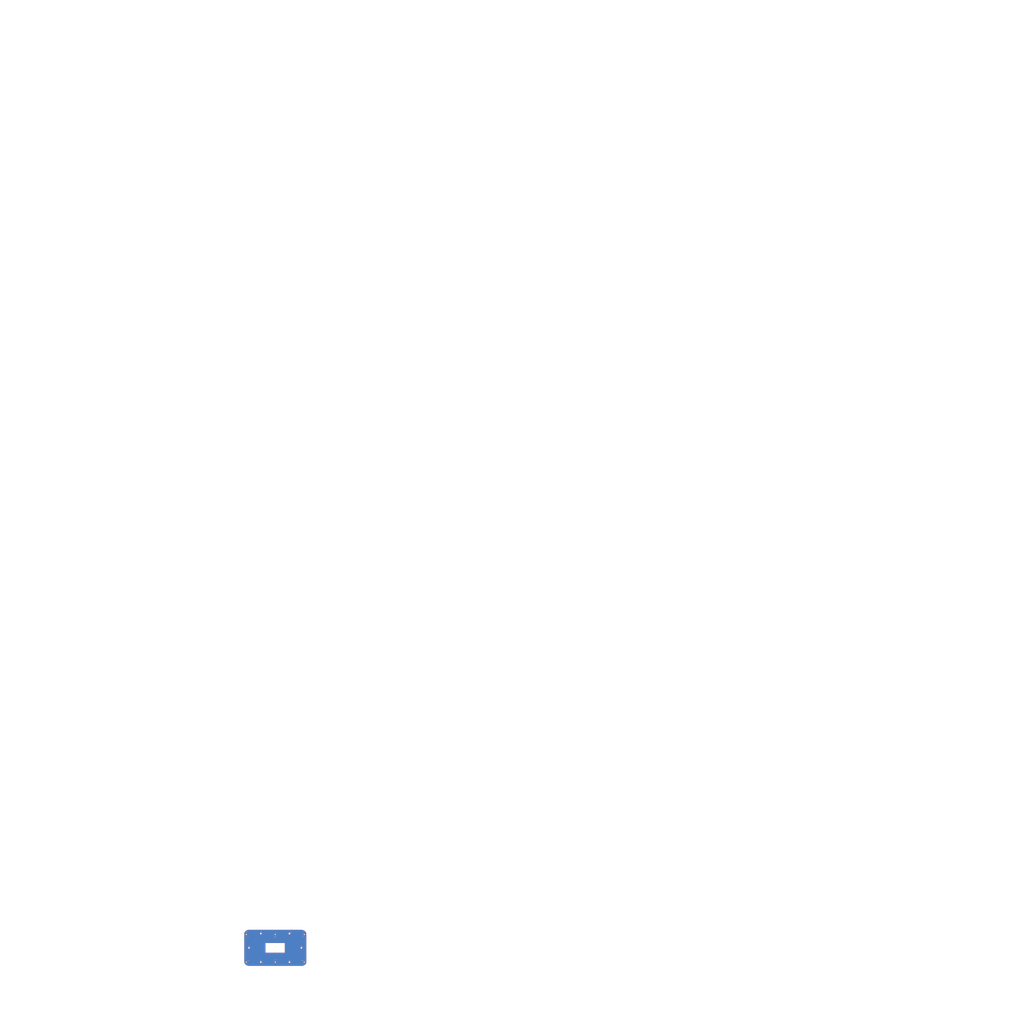
<source format=kicad_pcb>
(kicad_pcb (version 20211014) (generator pcbnew)
  (layers (0 "F.Cu" signal) (31 "B.Cu" power) (34 "B.Paste" user) (35 "F.Paste" user) (36 "B.SilkS" user "B.Silkscreen") (37 "F.SilkS" user "F.Silkscreen") (38 "B.Mask" user) (39 "F.Mask" user) (44 "Edge.Cuts" user))
  (net 0 "")
  (footprint "MountingHole:MountingHole_3.2mm_M3_ISO7380_Pad_TopBottom" (layer "F.Cu") (at 80.5852 96.9026)
    (fp_text reference "H6" (at 0 -3.85) (layer "F.SilkS"))
    (fp_text value "M3")
    (pad "1" connect circle locked (at 0 0) (size 5.7 5.7) (layers "B.Cu" "B.Mask"))
    (pad "1" thru_hole circle locked (at 0 0) (size 3.6 3.6) (drill 3.2) (layers F&B.Cu *.Mask))
    (pad "1" connect circle locked (at 0 0) (size 5.7 5.7) (layers "F.Cu" "F.Mask"))
  )
  (footprint "MountingHole:MountingHole_2.2mm_M2_DIN965_Pad" (layer "F.Cu") (at 135.9154 126.873)
    (fp_text reference "H9" (at 0 -5.08) (layer "F.SilkS"))
    (fp_text value "M3")
    (pad "1" thru_hole circle (at 0 0) (size 7 7) (drill 2.2) (layers F&B.Cu *.Mask))
  )
  (footprint "MountingHole:MountingHole_3.2mm_M3_ISO7380_Pad_TopBottom" (layer "F.Cu") (at 190.5852 96.9026)
    (fp_text reference "H3" (at 0 -3.85) (layer "F.SilkS"))
    (fp_text value "M3")
    (pad "1" connect circle locked (at 0 0) (size 5.7 5.7) (layers "B.Cu" "B.Mask"))
    (pad "1" thru_hole circle locked (at 0 0) (size 3.6 3.6) (drill 3.2) (layers F&B.Cu *.Mask))
    (pad "1" connect circle locked (at 0 0) (size 5.7 5.7) (layers "F.Cu" "F.Mask"))
  )
  (footprint "MountingHole:MountingHole_2.2mm_M2_DIN965_Pad" (layer "F.Cu") (at 196.6976 68.8594)
    (fp_text reference "H11" (at -3.2258 5.08) (layer "F.SilkS"))
    (fp_text value "M3")
    (pad "1" thru_hole circle (at 0 0) (size 7 7) (drill 2.2) (layers F&B.Cu *.Mask))
  )
  (footprint "MountingHole:MountingHole_2.2mm_M2_DIN965_Pad" (layer "F.Cu") (at 75.184 126.873)
    (fp_text reference "H8" (at 4.064 -3.7084) (layer "F.SilkS"))
    (fp_text value "M3")
    (pad "1" thru_hole circle (at 0 0) (size 7 7) (drill 2.2) (layers F&B.Cu *.Mask))
  )
  (footprint "MountingHole:MountingHole_3.2mm_M3_ISO7380_Pad_TopBottom" (layer "F.Cu") (at 165.5852 126.9026)
    (fp_text reference "H2" (at 0 -3.85) (layer "F.SilkS"))
    (fp_text value "M3")
    (pad "1" connect circle locked (at 0 0) (size 5.7 5.7) (layers "F.Cu" "F.Mask"))
    (pad "1" thru_hole circle locked (at 0 0) (size 3.6 3.6) (drill 3.2) (layers F&B.Cu *.Mask))
    (pad "1" connect circle locked (at 0 0) (size 5.7 5.7) (layers "B.Cu" "B.Mask"))
  )
  (footprint "MountingHole:MountingHole_2.2mm_M2_DIN965_Pad" (layer "F.Cu") (at 135.9154 68.8848)
    (fp_text reference "H12" (at -0.0508 5.207) (layer "F.SilkS"))
    (fp_text value "M3")
    (pad "1" thru_hole circle (at 0 0) (size 7 7) (drill 2.2) (layers F&B.Cu *.Mask))
  )
  (footprint "MountingHole:MountingHole_3.2mm_M3_ISO7380_Pad_TopBottom" (layer "F.Cu") (at 165.5852 66.9026)
    (fp_text reference "H4" (at 3.6376 -2.6684) (layer "F.SilkS"))
    (fp_text value "M3")
    (pad "1" connect circle locked (at 0 0) (size 5.7 5.7) (layers "B.Cu" "B.Mask"))
    (pad "1" connect circle locked (at 0 0) (size 5.7 5.7) (layers "F.Cu" "F.Mask"))
    (pad "1" thru_hole circle locked (at 0 0) (size 3.6 3.6) (drill 3.2) (layers F&B.Cu *.Mask))
  )
  (footprint "MountingHole:MountingHole_2.2mm_M2_DIN965_Pad" (layer "F.Cu") (at 196.6722 126.8984)
    (fp_text reference "H10" (at -3.8354 -3.81) (layer "F.SilkS"))
    (fp_text value "M3")
    (pad "1" thru_hole circle (at 0 0) (size 7 7) (drill 2.2) (layers F&B.Cu *.Mask))
  )
  (footprint "MountingHole:MountingHole_3.2mm_M3_ISO7380_Pad_TopBottom" (layer "F.Cu") (at 105.5852 126.9026)
    (fp_text reference "H1" (at 0 -3.85) (layer "F.SilkS"))
    (fp_text value "M3")
    (pad "1" connect circle locked (at 0 0) (size 5.7 5.7) (layers "F.Cu" "F.Mask"))
    (pad "1" connect circle locked (at 0 0) (size 5.7 5.7) (layers "B.Cu" "B.Mask"))
    (pad "1" thru_hole circle locked (at 0 0) (size 3.6 3.6) (drill 3.2) (layers F&B.Cu *.Mask))
  )
  (footprint "MountingHole:MountingHole_2.2mm_M2_DIN965_Pad" (layer "F.Cu") (at 75.184 68.8848)
    (fp_text reference "H7" (at 4.0894 4.0132) (layer "F.SilkS"))
    (fp_text value "M3")
    (pad "1" thru_hole circle (at 0 0) (size 7 7) (drill 2.2) (layers *.Cu *.Mask))
  )
  (footprint "MountingHole:MountingHole_3.2mm_M3_ISO7380_Pad_TopBottom" (layer "F.Cu") (at 105.5852 66.9026)
    (fp_text reference "H5" (at 0 -3.85) (layer "F.SilkS"))
    (fp_text value "M3")
    (pad "1" connect circle locked (at 0 0) (size 5.7 5.7) (layers "F.Cu" "F.Mask"))
    (pad "1" connect circle locked (at 0 0) (size 5.7 5.7) (layers "B.Cu" "B.Mask"))
    (pad "1" thru_hole circle locked (at 0 0) (size 3.6 3.6) (drill 3.2) (layers F&B.Cu *.Mask))
  )
  (gr_line (start 190.5852 58.9026) (end 80.5852 58.9026) (layer "Edge.Cuts") (width 0.1))
  (gr_arc (start 190.5852 58.9026) (mid 196.985142 60.694283) (end 201.2 65.8328) (layer "Edge.Cuts") (width 0.1))
  (gr_arc (start 201.2 128.8328) (mid 196.8495 133.541117) (end 190.5852 134.9026) (layer "Edge.Cuts") (width 0.1))
  (gr_line (start 201.2 128.8328) (end 201.2 65.8328) (layer "Edge.Cuts") (width 0.1))
  (gr_arc (start 79.8352 134.9026) (mid 74.029962 132.703745) (end 70.5358 127.5728) (layer "Edge.Cuts") (width 0.1))
  (gr_rect (start 115.6258 86.9442) (end 155.6258 106.9442) (layer "Edge.Cuts") (width 0.1) (fill none))
  (gr_line (start 79.8352 134.9026) (end 190.5852 134.9026) (layer "Edge.Cuts") (width 0.1))
  (gr_arc (start 70.5358 65.8228) (mid 74.469535 60.778418) (end 80.5852 58.9026) (layer "Edge.Cuts") (width 0.1))
  (gr_line (start 70.5358 65.8228) (end 70.5358 127.5728) (layer "Edge.Cuts") (width 0.1))
  (zone (net 0) (net_name "") (layers F&B.Cu) (connect_pads (clearance 0.3)) (min_thickness 0.3) (fill yes (thermal_gap 0.3) (thermal_bridge_width 0.75))
    (polygon (pts (xy 253.9746 186.055) (xy 2.8448 186.055) (xy 2.8448 15.6464) (xy 253.9746 15.6464)))
  )
)
</source>
